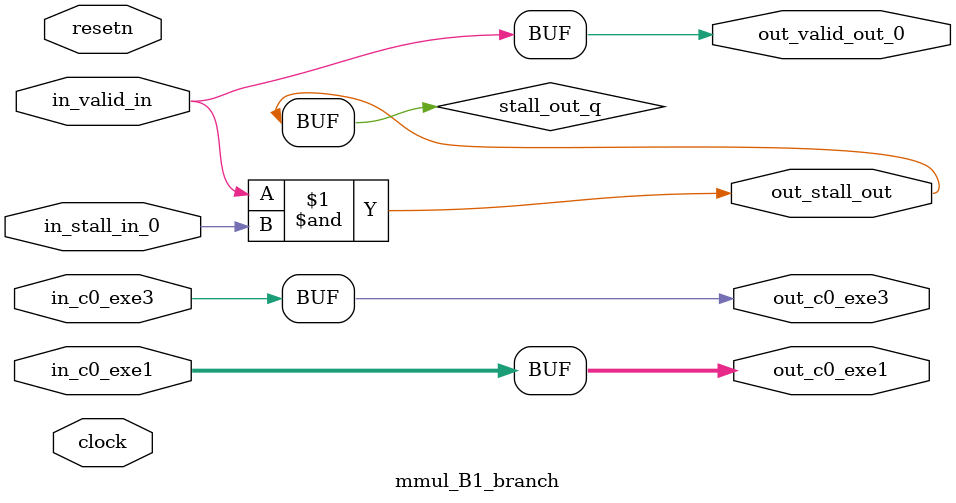
<source format=sv>



(* altera_attribute = "-name AUTO_SHIFT_REGISTER_RECOGNITION OFF; -name MESSAGE_DISABLE 10036; -name MESSAGE_DISABLE 10037; -name MESSAGE_DISABLE 14130; -name MESSAGE_DISABLE 14320; -name MESSAGE_DISABLE 15400; -name MESSAGE_DISABLE 14130; -name MESSAGE_DISABLE 10036; -name MESSAGE_DISABLE 12020; -name MESSAGE_DISABLE 12030; -name MESSAGE_DISABLE 12010; -name MESSAGE_DISABLE 12110; -name MESSAGE_DISABLE 14320; -name MESSAGE_DISABLE 13410; -name MESSAGE_DISABLE 113007; -name MESSAGE_DISABLE 10958" *)
module mmul_B1_branch (
    input wire [31:0] in_c0_exe1,
    input wire [0:0] in_c0_exe3,
    input wire [0:0] in_stall_in_0,
    input wire [0:0] in_valid_in,
    output wire [31:0] out_c0_exe1,
    output wire [0:0] out_c0_exe3,
    output wire [0:0] out_stall_out,
    output wire [0:0] out_valid_out_0,
    input wire clock,
    input wire resetn
    );

    wire [0:0] stall_out_q;


    // out_c0_exe1(GPOUT,6)
    assign out_c0_exe1 = in_c0_exe1;

    // out_c0_exe3(GPOUT,7)
    assign out_c0_exe3 = in_c0_exe3;

    // stall_out(LOGICAL,10)
    assign stall_out_q = in_valid_in & in_stall_in_0;

    // out_stall_out(GPOUT,8)
    assign out_stall_out = stall_out_q;

    // out_valid_out_0(GPOUT,9)
    assign out_valid_out_0 = in_valid_in;

endmodule

</source>
